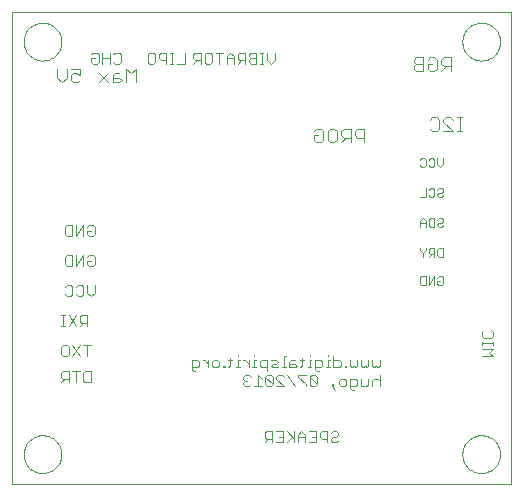
<source format=gbo>
G75*
G70*
%OFA0B0*%
%FSLAX24Y24*%
%IPPOS*%
%LPD*%
%AMOC8*
5,1,8,0,0,1.08239X$1,22.5*
%
%ADD10C,0.0000*%
%ADD11C,0.0030*%
%ADD12C,0.0040*%
D10*
X000126Y000126D02*
X000126Y015872D01*
X016746Y015872D01*
X016746Y000126D01*
X000126Y000126D01*
X000496Y001126D02*
X000498Y001176D01*
X000504Y001226D01*
X000514Y001275D01*
X000528Y001323D01*
X000545Y001370D01*
X000566Y001415D01*
X000591Y001459D01*
X000619Y001500D01*
X000651Y001539D01*
X000685Y001576D01*
X000722Y001610D01*
X000762Y001640D01*
X000804Y001667D01*
X000848Y001691D01*
X000894Y001712D01*
X000941Y001728D01*
X000989Y001741D01*
X001039Y001750D01*
X001088Y001755D01*
X001139Y001756D01*
X001189Y001753D01*
X001238Y001746D01*
X001287Y001735D01*
X001335Y001720D01*
X001381Y001702D01*
X001426Y001680D01*
X001469Y001654D01*
X001510Y001625D01*
X001549Y001593D01*
X001585Y001558D01*
X001617Y001520D01*
X001647Y001480D01*
X001674Y001437D01*
X001697Y001393D01*
X001716Y001347D01*
X001732Y001299D01*
X001744Y001250D01*
X001752Y001201D01*
X001756Y001151D01*
X001756Y001101D01*
X001752Y001051D01*
X001744Y001002D01*
X001732Y000953D01*
X001716Y000905D01*
X001697Y000859D01*
X001674Y000815D01*
X001647Y000772D01*
X001617Y000732D01*
X001585Y000694D01*
X001549Y000659D01*
X001510Y000627D01*
X001469Y000598D01*
X001426Y000572D01*
X001381Y000550D01*
X001335Y000532D01*
X001287Y000517D01*
X001238Y000506D01*
X001189Y000499D01*
X001139Y000496D01*
X001088Y000497D01*
X001039Y000502D01*
X000989Y000511D01*
X000941Y000524D01*
X000894Y000540D01*
X000848Y000561D01*
X000804Y000585D01*
X000762Y000612D01*
X000722Y000642D01*
X000685Y000676D01*
X000651Y000713D01*
X000619Y000752D01*
X000591Y000793D01*
X000566Y000837D01*
X000545Y000882D01*
X000528Y000929D01*
X000514Y000977D01*
X000504Y001026D01*
X000498Y001076D01*
X000496Y001126D01*
X000496Y014876D02*
X000498Y014926D01*
X000504Y014976D01*
X000514Y015025D01*
X000528Y015073D01*
X000545Y015120D01*
X000566Y015165D01*
X000591Y015209D01*
X000619Y015250D01*
X000651Y015289D01*
X000685Y015326D01*
X000722Y015360D01*
X000762Y015390D01*
X000804Y015417D01*
X000848Y015441D01*
X000894Y015462D01*
X000941Y015478D01*
X000989Y015491D01*
X001039Y015500D01*
X001088Y015505D01*
X001139Y015506D01*
X001189Y015503D01*
X001238Y015496D01*
X001287Y015485D01*
X001335Y015470D01*
X001381Y015452D01*
X001426Y015430D01*
X001469Y015404D01*
X001510Y015375D01*
X001549Y015343D01*
X001585Y015308D01*
X001617Y015270D01*
X001647Y015230D01*
X001674Y015187D01*
X001697Y015143D01*
X001716Y015097D01*
X001732Y015049D01*
X001744Y015000D01*
X001752Y014951D01*
X001756Y014901D01*
X001756Y014851D01*
X001752Y014801D01*
X001744Y014752D01*
X001732Y014703D01*
X001716Y014655D01*
X001697Y014609D01*
X001674Y014565D01*
X001647Y014522D01*
X001617Y014482D01*
X001585Y014444D01*
X001549Y014409D01*
X001510Y014377D01*
X001469Y014348D01*
X001426Y014322D01*
X001381Y014300D01*
X001335Y014282D01*
X001287Y014267D01*
X001238Y014256D01*
X001189Y014249D01*
X001139Y014246D01*
X001088Y014247D01*
X001039Y014252D01*
X000989Y014261D01*
X000941Y014274D01*
X000894Y014290D01*
X000848Y014311D01*
X000804Y014335D01*
X000762Y014362D01*
X000722Y014392D01*
X000685Y014426D01*
X000651Y014463D01*
X000619Y014502D01*
X000591Y014543D01*
X000566Y014587D01*
X000545Y014632D01*
X000528Y014679D01*
X000514Y014727D01*
X000504Y014776D01*
X000498Y014826D01*
X000496Y014876D01*
X015121Y014876D02*
X015123Y014926D01*
X015129Y014976D01*
X015139Y015025D01*
X015153Y015073D01*
X015170Y015120D01*
X015191Y015165D01*
X015216Y015209D01*
X015244Y015250D01*
X015276Y015289D01*
X015310Y015326D01*
X015347Y015360D01*
X015387Y015390D01*
X015429Y015417D01*
X015473Y015441D01*
X015519Y015462D01*
X015566Y015478D01*
X015614Y015491D01*
X015664Y015500D01*
X015713Y015505D01*
X015764Y015506D01*
X015814Y015503D01*
X015863Y015496D01*
X015912Y015485D01*
X015960Y015470D01*
X016006Y015452D01*
X016051Y015430D01*
X016094Y015404D01*
X016135Y015375D01*
X016174Y015343D01*
X016210Y015308D01*
X016242Y015270D01*
X016272Y015230D01*
X016299Y015187D01*
X016322Y015143D01*
X016341Y015097D01*
X016357Y015049D01*
X016369Y015000D01*
X016377Y014951D01*
X016381Y014901D01*
X016381Y014851D01*
X016377Y014801D01*
X016369Y014752D01*
X016357Y014703D01*
X016341Y014655D01*
X016322Y014609D01*
X016299Y014565D01*
X016272Y014522D01*
X016242Y014482D01*
X016210Y014444D01*
X016174Y014409D01*
X016135Y014377D01*
X016094Y014348D01*
X016051Y014322D01*
X016006Y014300D01*
X015960Y014282D01*
X015912Y014267D01*
X015863Y014256D01*
X015814Y014249D01*
X015764Y014246D01*
X015713Y014247D01*
X015664Y014252D01*
X015614Y014261D01*
X015566Y014274D01*
X015519Y014290D01*
X015473Y014311D01*
X015429Y014335D01*
X015387Y014362D01*
X015347Y014392D01*
X015310Y014426D01*
X015276Y014463D01*
X015244Y014502D01*
X015216Y014543D01*
X015191Y014587D01*
X015170Y014632D01*
X015153Y014679D01*
X015139Y014727D01*
X015129Y014776D01*
X015123Y014826D01*
X015121Y014876D01*
X015121Y001126D02*
X015123Y001176D01*
X015129Y001226D01*
X015139Y001275D01*
X015153Y001323D01*
X015170Y001370D01*
X015191Y001415D01*
X015216Y001459D01*
X015244Y001500D01*
X015276Y001539D01*
X015310Y001576D01*
X015347Y001610D01*
X015387Y001640D01*
X015429Y001667D01*
X015473Y001691D01*
X015519Y001712D01*
X015566Y001728D01*
X015614Y001741D01*
X015664Y001750D01*
X015713Y001755D01*
X015764Y001756D01*
X015814Y001753D01*
X015863Y001746D01*
X015912Y001735D01*
X015960Y001720D01*
X016006Y001702D01*
X016051Y001680D01*
X016094Y001654D01*
X016135Y001625D01*
X016174Y001593D01*
X016210Y001558D01*
X016242Y001520D01*
X016272Y001480D01*
X016299Y001437D01*
X016322Y001393D01*
X016341Y001347D01*
X016357Y001299D01*
X016369Y001250D01*
X016377Y001201D01*
X016381Y001151D01*
X016381Y001101D01*
X016377Y001051D01*
X016369Y001002D01*
X016357Y000953D01*
X016341Y000905D01*
X016322Y000859D01*
X016299Y000815D01*
X016272Y000772D01*
X016242Y000732D01*
X016210Y000694D01*
X016174Y000659D01*
X016135Y000627D01*
X016094Y000598D01*
X016051Y000572D01*
X016006Y000550D01*
X015960Y000532D01*
X015912Y000517D01*
X015863Y000506D01*
X015814Y000499D01*
X015764Y000496D01*
X015713Y000497D01*
X015664Y000502D01*
X015614Y000511D01*
X015566Y000524D01*
X015519Y000540D01*
X015473Y000561D01*
X015429Y000585D01*
X015387Y000612D01*
X015347Y000642D01*
X015310Y000676D01*
X015276Y000713D01*
X015244Y000752D01*
X015216Y000793D01*
X015191Y000837D01*
X015170Y000882D01*
X015153Y000929D01*
X015139Y000977D01*
X015129Y001026D01*
X015123Y001076D01*
X015121Y001126D01*
D11*
X012361Y003391D02*
X012361Y003761D01*
X012299Y003637D02*
X012175Y003637D01*
X012114Y003576D01*
X012114Y003391D01*
X011992Y003452D02*
X011992Y003637D01*
X011992Y003452D02*
X011931Y003391D01*
X011745Y003391D01*
X011745Y003637D01*
X011624Y003576D02*
X011624Y003452D01*
X011562Y003391D01*
X011377Y003391D01*
X011377Y003329D02*
X011377Y003637D01*
X011562Y003637D01*
X011624Y003576D01*
X011377Y003329D02*
X011439Y003267D01*
X011501Y003267D01*
X011256Y003452D02*
X011256Y003576D01*
X011194Y003637D01*
X011070Y003637D01*
X011009Y003576D01*
X011009Y003452D01*
X011070Y003391D01*
X011194Y003391D01*
X011256Y003452D01*
X010887Y003267D02*
X010764Y003391D01*
X010826Y003391D01*
X010826Y003452D01*
X010764Y003452D01*
X010764Y003391D01*
X010273Y003452D02*
X010273Y003699D01*
X010212Y003761D01*
X010088Y003761D01*
X010027Y003699D01*
X010273Y003452D01*
X010212Y003391D01*
X010088Y003391D01*
X010027Y003452D01*
X010027Y003699D01*
X009905Y003761D02*
X009658Y003761D01*
X009658Y003699D01*
X009905Y003452D01*
X009905Y003391D01*
X009537Y003391D02*
X009290Y003761D01*
X009169Y003699D02*
X009107Y003761D01*
X008983Y003761D01*
X008922Y003699D01*
X008922Y003637D01*
X009169Y003391D01*
X008922Y003391D01*
X008800Y003452D02*
X008553Y003699D01*
X008553Y003452D01*
X008615Y003391D01*
X008738Y003391D01*
X008800Y003452D01*
X008800Y003699D01*
X008738Y003761D01*
X008615Y003761D01*
X008553Y003699D01*
X008432Y003637D02*
X008308Y003761D01*
X008308Y003391D01*
X008185Y003391D02*
X008432Y003391D01*
X008064Y003452D02*
X008002Y003391D01*
X007878Y003391D01*
X007817Y003452D01*
X007817Y003514D01*
X007878Y003576D01*
X007940Y003576D01*
X007878Y003576D02*
X007817Y003637D01*
X007817Y003699D01*
X007878Y003761D01*
X008002Y003761D01*
X008064Y003699D01*
X008124Y004016D02*
X008248Y004016D01*
X008186Y004016D02*
X008186Y004262D01*
X008248Y004262D01*
X008369Y004201D02*
X008369Y004077D01*
X008431Y004016D01*
X008616Y004016D01*
X008616Y003892D02*
X008616Y004262D01*
X008431Y004262D01*
X008369Y004201D01*
X008186Y004386D02*
X008186Y004448D01*
X008002Y004262D02*
X008002Y004016D01*
X008002Y004139D02*
X007879Y004262D01*
X007817Y004262D01*
X007695Y004262D02*
X007634Y004262D01*
X007634Y004016D01*
X007695Y004016D02*
X007572Y004016D01*
X007388Y004077D02*
X007326Y004016D01*
X007388Y004077D02*
X007388Y004324D01*
X007450Y004262D02*
X007326Y004262D01*
X007204Y004077D02*
X007142Y004077D01*
X007142Y004016D01*
X007204Y004016D01*
X007204Y004077D01*
X007020Y004077D02*
X006958Y004016D01*
X006835Y004016D01*
X006773Y004077D01*
X006773Y004201D01*
X006835Y004262D01*
X006958Y004262D01*
X007020Y004201D01*
X007020Y004077D01*
X006652Y004016D02*
X006652Y004262D01*
X006652Y004139D02*
X006528Y004262D01*
X006467Y004262D01*
X006345Y004201D02*
X006345Y004077D01*
X006283Y004016D01*
X006098Y004016D01*
X006098Y003954D02*
X006098Y004262D01*
X006283Y004262D01*
X006345Y004201D01*
X006221Y003892D02*
X006160Y003892D01*
X006098Y003954D01*
X007634Y004386D02*
X007634Y004448D01*
X008737Y004262D02*
X008923Y004262D01*
X008984Y004201D01*
X008923Y004139D01*
X008799Y004139D01*
X008737Y004077D01*
X008799Y004016D01*
X008984Y004016D01*
X009106Y004016D02*
X009230Y004016D01*
X009168Y004016D02*
X009168Y004386D01*
X009230Y004386D01*
X009413Y004262D02*
X009351Y004201D01*
X009351Y004016D01*
X009537Y004016D01*
X009598Y004077D01*
X009537Y004139D01*
X009351Y004139D01*
X009413Y004262D02*
X009537Y004262D01*
X009720Y004262D02*
X009844Y004262D01*
X009782Y004324D02*
X009782Y004077D01*
X009720Y004016D01*
X009966Y004016D02*
X010089Y004016D01*
X010028Y004016D02*
X010028Y004262D01*
X010089Y004262D01*
X010211Y004262D02*
X010396Y004262D01*
X010458Y004201D01*
X010458Y004077D01*
X010396Y004016D01*
X010211Y004016D01*
X010211Y003954D02*
X010211Y004262D01*
X010028Y004386D02*
X010028Y004448D01*
X010211Y003954D02*
X010272Y003892D01*
X010334Y003892D01*
X010580Y004016D02*
X010703Y004016D01*
X010641Y004016D02*
X010641Y004262D01*
X010703Y004262D01*
X010825Y004262D02*
X011010Y004262D01*
X011071Y004201D01*
X011071Y004077D01*
X011010Y004016D01*
X010825Y004016D01*
X010825Y004386D01*
X010641Y004386D02*
X010641Y004448D01*
X011194Y004077D02*
X011194Y004016D01*
X011256Y004016D01*
X011256Y004077D01*
X011194Y004077D01*
X011377Y004077D02*
X011439Y004016D01*
X011501Y004077D01*
X011562Y004016D01*
X011624Y004077D01*
X011624Y004262D01*
X011745Y004262D02*
X011745Y004077D01*
X011807Y004016D01*
X011869Y004077D01*
X011931Y004016D01*
X011992Y004077D01*
X011992Y004262D01*
X012114Y004262D02*
X012114Y004077D01*
X012175Y004016D01*
X012237Y004077D01*
X012299Y004016D01*
X012361Y004077D01*
X012361Y004262D01*
X012299Y003637D02*
X012361Y003576D01*
X011377Y004077D02*
X011377Y004262D01*
X010924Y001886D02*
X010800Y001886D01*
X010739Y001824D01*
X010617Y001886D02*
X010432Y001886D01*
X010370Y001824D01*
X010370Y001701D01*
X010432Y001639D01*
X010617Y001639D01*
X010739Y001639D02*
X010739Y001577D01*
X010800Y001516D01*
X010924Y001516D01*
X010986Y001577D01*
X010924Y001701D02*
X010800Y001701D01*
X010739Y001639D01*
X010617Y001516D02*
X010617Y001886D01*
X010924Y001886D02*
X010986Y001824D01*
X010986Y001762D01*
X010924Y001701D01*
X010249Y001701D02*
X010126Y001701D01*
X010002Y001886D02*
X010249Y001886D01*
X010249Y001516D01*
X010002Y001516D01*
X009881Y001516D02*
X009881Y001762D01*
X009757Y001886D01*
X009634Y001762D01*
X009634Y001516D01*
X009512Y001516D02*
X009512Y001886D01*
X009451Y001701D02*
X009265Y001516D01*
X009144Y001516D02*
X008897Y001516D01*
X008776Y001516D02*
X008776Y001886D01*
X008591Y001886D01*
X008529Y001824D01*
X008529Y001701D01*
X008591Y001639D01*
X008776Y001639D01*
X008652Y001639D02*
X008529Y001516D01*
X008897Y001886D02*
X009144Y001886D01*
X009144Y001516D01*
X009144Y001701D02*
X009021Y001701D01*
X009265Y001886D02*
X009512Y001639D01*
X009634Y001701D02*
X009881Y001701D01*
X013751Y006766D02*
X013703Y006814D01*
X013703Y007007D01*
X013751Y007056D01*
X013896Y007056D01*
X013896Y006766D01*
X013751Y006766D01*
X013997Y006766D02*
X013997Y007056D01*
X014191Y007056D02*
X013997Y006766D01*
X014191Y006766D02*
X014191Y007056D01*
X014292Y007007D02*
X014340Y007056D01*
X014437Y007056D01*
X014486Y007007D01*
X014486Y006814D01*
X014437Y006766D01*
X014340Y006766D01*
X014292Y006814D01*
X014292Y006911D01*
X014389Y006911D01*
X014340Y007703D02*
X014292Y007751D01*
X014292Y007945D01*
X014340Y007993D01*
X014486Y007993D01*
X014486Y007703D01*
X014340Y007703D01*
X014191Y007703D02*
X014191Y007993D01*
X014046Y007993D01*
X013997Y007945D01*
X013997Y007848D01*
X014046Y007800D01*
X014191Y007800D01*
X014094Y007800D02*
X013997Y007703D01*
X013800Y007703D02*
X013800Y007848D01*
X013703Y007945D01*
X013703Y007993D01*
X013800Y007848D02*
X013896Y007945D01*
X013896Y007993D01*
X013896Y008703D02*
X013896Y008897D01*
X013800Y008993D01*
X013703Y008897D01*
X013703Y008703D01*
X013703Y008848D02*
X013896Y008848D01*
X013997Y008751D02*
X014046Y008703D01*
X014191Y008703D01*
X014191Y008993D01*
X014046Y008993D01*
X013997Y008945D01*
X013997Y008751D01*
X014292Y008751D02*
X014340Y008703D01*
X014437Y008703D01*
X014486Y008751D01*
X014437Y008848D02*
X014340Y008848D01*
X014292Y008800D01*
X014292Y008751D01*
X014437Y008848D02*
X014486Y008897D01*
X014486Y008945D01*
X014437Y008993D01*
X014340Y008993D01*
X014292Y008945D01*
X014340Y009703D02*
X014437Y009703D01*
X014486Y009751D01*
X014437Y009848D02*
X014340Y009848D01*
X014292Y009800D01*
X014292Y009751D01*
X014340Y009703D01*
X014191Y009751D02*
X014143Y009703D01*
X014046Y009703D01*
X013997Y009751D01*
X013896Y009703D02*
X013896Y009993D01*
X013997Y009945D02*
X014046Y009993D01*
X014143Y009993D01*
X014191Y009945D01*
X014191Y009751D01*
X014292Y009945D02*
X014340Y009993D01*
X014437Y009993D01*
X014486Y009945D01*
X014486Y009897D01*
X014437Y009848D01*
X013896Y009703D02*
X013703Y009703D01*
X013751Y010703D02*
X013703Y010751D01*
X013751Y010703D02*
X013848Y010703D01*
X013896Y010751D01*
X013896Y010945D01*
X013848Y010993D01*
X013751Y010993D01*
X013703Y010945D01*
X013997Y010945D02*
X014046Y010993D01*
X014143Y010993D01*
X014191Y010945D01*
X014191Y010751D01*
X014143Y010703D01*
X014046Y010703D01*
X013997Y010751D01*
X014292Y010800D02*
X014292Y010993D01*
X014292Y010800D02*
X014389Y010703D01*
X014486Y010800D01*
X014486Y010993D01*
X008861Y014264D02*
X008737Y014141D01*
X008614Y014264D01*
X008614Y014511D01*
X008492Y014511D02*
X008369Y014511D01*
X008431Y014511D02*
X008431Y014141D01*
X008492Y014141D02*
X008369Y014141D01*
X008247Y014141D02*
X008062Y014141D01*
X008000Y014202D01*
X008000Y014264D01*
X008062Y014326D01*
X008247Y014326D01*
X008247Y014511D02*
X008062Y014511D01*
X008000Y014449D01*
X008000Y014387D01*
X008062Y014326D01*
X007878Y014264D02*
X007693Y014264D01*
X007632Y014326D01*
X007632Y014449D01*
X007693Y014511D01*
X007878Y014511D01*
X007878Y014141D01*
X007755Y014264D02*
X007632Y014141D01*
X007510Y014141D02*
X007510Y014387D01*
X007387Y014511D01*
X007263Y014387D01*
X007263Y014141D01*
X007263Y014326D02*
X007510Y014326D01*
X007142Y014511D02*
X006895Y014511D01*
X007018Y014511D02*
X007018Y014141D01*
X006773Y014202D02*
X006712Y014141D01*
X006588Y014141D01*
X006527Y014202D01*
X006527Y014449D01*
X006588Y014511D01*
X006712Y014511D01*
X006773Y014449D01*
X006773Y014202D01*
X006405Y014141D02*
X006405Y014511D01*
X006220Y014511D01*
X006158Y014449D01*
X006158Y014326D01*
X006220Y014264D01*
X006405Y014264D01*
X006282Y014264D02*
X006158Y014141D01*
X005861Y014141D02*
X005861Y014511D01*
X005492Y014511D02*
X005369Y014511D01*
X005431Y014511D02*
X005431Y014141D01*
X005492Y014141D02*
X005369Y014141D01*
X005247Y014141D02*
X005247Y014511D01*
X005062Y014511D01*
X005000Y014449D01*
X005000Y014326D01*
X005062Y014264D01*
X005247Y014264D01*
X004878Y014202D02*
X004817Y014141D01*
X004693Y014141D01*
X004632Y014202D01*
X004632Y014449D01*
X004693Y014511D01*
X004817Y014511D01*
X004878Y014449D01*
X004878Y014202D01*
X005614Y014141D02*
X005861Y014141D01*
X003736Y014202D02*
X003674Y014141D01*
X003550Y014141D01*
X003489Y014202D01*
X003367Y014141D02*
X003367Y014511D01*
X003489Y014449D02*
X003550Y014511D01*
X003674Y014511D01*
X003736Y014449D01*
X003736Y014202D01*
X003367Y014326D02*
X003120Y014326D01*
X002999Y014449D02*
X002999Y014202D01*
X002937Y014141D01*
X002814Y014141D01*
X002752Y014202D01*
X002752Y014326D01*
X002876Y014326D01*
X002999Y014449D02*
X002937Y014511D01*
X002814Y014511D01*
X002752Y014449D01*
X003120Y014511D02*
X003120Y014141D01*
X008247Y014141D02*
X008247Y014511D01*
X008861Y014511D02*
X008861Y014264D01*
X002861Y008699D02*
X002861Y008452D01*
X002799Y008391D01*
X002675Y008391D01*
X002614Y008452D01*
X002614Y008576D01*
X002737Y008576D01*
X002614Y008699D02*
X002675Y008761D01*
X002799Y008761D01*
X002861Y008699D01*
X002492Y008761D02*
X002492Y008391D01*
X002245Y008391D02*
X002245Y008761D01*
X002124Y008761D02*
X001939Y008761D01*
X001877Y008699D01*
X001877Y008452D01*
X001939Y008391D01*
X002124Y008391D01*
X002124Y008761D01*
X002492Y008761D02*
X002245Y008391D01*
X002245Y007761D02*
X002245Y007391D01*
X002492Y007761D01*
X002492Y007391D01*
X002614Y007452D02*
X002614Y007576D01*
X002737Y007576D01*
X002614Y007699D02*
X002675Y007761D01*
X002799Y007761D01*
X002861Y007699D01*
X002861Y007452D01*
X002799Y007391D01*
X002675Y007391D01*
X002614Y007452D01*
X002124Y007391D02*
X002124Y007761D01*
X001939Y007761D01*
X001877Y007699D01*
X001877Y007452D01*
X001939Y007391D01*
X002124Y007391D01*
X002062Y006761D02*
X001939Y006761D01*
X001877Y006699D01*
X002062Y006761D02*
X002124Y006699D01*
X002124Y006452D01*
X002062Y006391D01*
X001939Y006391D01*
X001877Y006452D01*
X002245Y006452D02*
X002307Y006391D01*
X002431Y006391D01*
X002492Y006452D01*
X002492Y006699D01*
X002431Y006761D01*
X002307Y006761D01*
X002245Y006699D01*
X002614Y006761D02*
X002614Y006514D01*
X002737Y006391D01*
X002861Y006514D01*
X002861Y006761D01*
X002611Y005761D02*
X002425Y005761D01*
X002364Y005699D01*
X002364Y005576D01*
X002425Y005514D01*
X002611Y005514D01*
X002611Y005391D02*
X002611Y005761D01*
X002487Y005514D02*
X002364Y005391D01*
X002242Y005391D02*
X001995Y005761D01*
X001874Y005761D02*
X001751Y005761D01*
X001812Y005761D02*
X001812Y005391D01*
X001751Y005391D02*
X001874Y005391D01*
X001995Y005391D02*
X002242Y005761D01*
X002120Y004761D02*
X002367Y004391D01*
X002612Y004391D02*
X002612Y004761D01*
X002489Y004761D02*
X002736Y004761D01*
X002367Y004761D02*
X002120Y004391D01*
X001999Y004452D02*
X001937Y004391D01*
X001814Y004391D01*
X001752Y004452D01*
X001752Y004699D01*
X001814Y004761D01*
X001937Y004761D01*
X001999Y004699D01*
X001999Y004452D01*
X001999Y003886D02*
X001814Y003886D01*
X001752Y003824D01*
X001752Y003701D01*
X001814Y003639D01*
X001999Y003639D01*
X001999Y003516D02*
X001999Y003886D01*
X002120Y003886D02*
X002367Y003886D01*
X002244Y003886D02*
X002244Y003516D01*
X001876Y003639D02*
X001752Y003516D01*
X002489Y003577D02*
X002489Y003824D01*
X002550Y003886D01*
X002736Y003886D01*
X002736Y003516D01*
X002550Y003516D01*
X002489Y003577D01*
X015766Y004391D02*
X016136Y004391D01*
X016012Y004514D01*
X016136Y004637D01*
X015766Y004637D01*
X015766Y004759D02*
X015766Y004882D01*
X015766Y004821D02*
X016136Y004821D01*
X016136Y004882D02*
X016136Y004759D01*
X016074Y005004D02*
X015827Y005004D01*
X015766Y005066D01*
X015766Y005190D01*
X015827Y005251D01*
X016074Y005251D02*
X016136Y005190D01*
X016136Y005066D01*
X016074Y005004D01*
D12*
X011856Y011521D02*
X011856Y011981D01*
X011625Y011981D01*
X011549Y011904D01*
X011549Y011751D01*
X011625Y011674D01*
X011856Y011674D01*
X011395Y011674D02*
X011165Y011674D01*
X011088Y011751D01*
X011088Y011904D01*
X011165Y011981D01*
X011395Y011981D01*
X011395Y011521D01*
X011242Y011674D02*
X011088Y011521D01*
X010935Y011597D02*
X010858Y011521D01*
X010705Y011521D01*
X010628Y011597D01*
X010628Y011904D01*
X010705Y011981D01*
X010858Y011981D01*
X010935Y011904D01*
X010935Y011597D01*
X010474Y011597D02*
X010474Y011904D01*
X010398Y011981D01*
X010244Y011981D01*
X010167Y011904D01*
X010167Y011751D02*
X010321Y011751D01*
X010167Y011751D02*
X010167Y011597D01*
X010244Y011521D01*
X010398Y011521D01*
X010474Y011597D01*
X013503Y013972D02*
X013580Y013896D01*
X013810Y013896D01*
X013810Y014356D01*
X013580Y014356D01*
X013503Y014279D01*
X013503Y014203D01*
X013580Y014126D01*
X013810Y014126D01*
X013963Y014126D02*
X014117Y014126D01*
X013963Y014126D02*
X013963Y013972D01*
X014040Y013896D01*
X014193Y013896D01*
X014270Y013972D01*
X014270Y014279D01*
X014193Y014356D01*
X014040Y014356D01*
X013963Y014279D01*
X013580Y014126D02*
X013503Y014049D01*
X013503Y013972D01*
X014424Y013896D02*
X014577Y014049D01*
X014500Y014049D02*
X014731Y014049D01*
X014731Y013896D02*
X014731Y014356D01*
X014500Y014356D01*
X014424Y014279D01*
X014424Y014126D01*
X014500Y014049D01*
X014568Y012356D02*
X014492Y012279D01*
X014492Y012203D01*
X014799Y011896D01*
X014492Y011896D01*
X014338Y011972D02*
X014262Y011896D01*
X014108Y011896D01*
X014031Y011972D01*
X014338Y011972D02*
X014338Y012279D01*
X014262Y012356D01*
X014108Y012356D01*
X014031Y012279D01*
X014568Y012356D02*
X014722Y012356D01*
X014799Y012279D01*
X014952Y012356D02*
X015106Y012356D01*
X015029Y012356D02*
X015029Y011896D01*
X015106Y011896D02*
X014952Y011896D01*
X004231Y013521D02*
X004231Y013981D01*
X004077Y013828D01*
X003924Y013981D01*
X003924Y013521D01*
X003770Y013597D02*
X003693Y013674D01*
X003463Y013674D01*
X003463Y013751D02*
X003463Y013521D01*
X003693Y013521D01*
X003770Y013597D01*
X003693Y013828D02*
X003540Y013828D01*
X003463Y013751D01*
X003310Y013828D02*
X003003Y013521D01*
X003310Y013521D02*
X003003Y013828D01*
X002389Y013751D02*
X002236Y013828D01*
X002159Y013828D01*
X002082Y013751D01*
X002082Y013597D01*
X002159Y013521D01*
X002312Y013521D01*
X002389Y013597D01*
X002389Y013751D02*
X002389Y013981D01*
X002082Y013981D01*
X001929Y013981D02*
X001929Y013674D01*
X001775Y013521D01*
X001622Y013674D01*
X001622Y013981D01*
M02*

</source>
